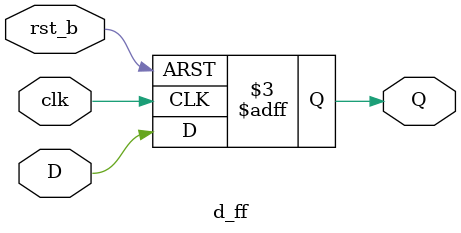
<source format=sv>
module q_8_29 (
    input rst_b, clk,
    input x, y, F, E,
    output logic [2:0] state,
    output logic [7:0] dec_out
);
    logic [2:0] D_in;

    mymux mux_0 (
        .sel (state),
        .data_in ({1'b0, 1'b1, 1'b0, E, 1'b0, F, 1'b0, x}),
        .data_out (D_in[0])
    );

    mymux mux_1 (
        .sel (state),
        .data_in ({1'b0, 1'b1, 1'b0, ~E, 1'b0, F, 1'b1, ~x & y}),
        .data_out (D_in[1])
    );

    mymux mux_2 (
        .sel (state),
        .data_in ({1'b0, 1'b1, 1'b0, 1'b1, 1'b0, ~F, 1'b0, 1'b0}),
        .data_out (D_in[2])
    );

    d_ff dff_0 (
        .D (D_in[0]),
        .Q (state[0]),
        .*
    );

    d_ff dff_1 (
        .D (D_in[1]),
        .Q (state[1]),
        .*
    );

    d_ff dff_2 (
        .D (D_in[2]),
        .Q (state[2]),
        .*
    );

    decoder dec_0 (
        .dec_in (state),
        .*
    );
endmodule

module mymux (
    input [2:0] sel,
    input [7:0] data_in,
    output logic data_out
);
    always_comb
    begin
        case (sel)
            3'b000 : data_out = data_in[0];
            3'b001 : data_out = data_in[1];
            3'b010 : data_out = data_in[2];
            3'b011 : data_out = data_in[3];
            3'b100 : data_out = data_in[4];
            3'b101 : data_out = data_in[5];
            3'b110 : data_out = data_in[6];
            3'b111 : data_out = data_in[7];
            default : data_out = 1'bZ;
        endcase
    end
endmodule

module decoder (
    input [2:0] dec_in,
    output logic [7:0] dec_out
);
    always_comb
    begin
        dec_out = 8'h00;
        case (dec_in)
            //3'b000 : dec_out = 8'h80;
            //3'b001 : dec_out = 8'h40;
            //3'b010 : dec_out = 8'h20;
            //3'b011 : dec_out = 8'h10;
            //3'b100 : dec_out = 8'h08;
            //3'b101 : dec_out = 8'h04;
            //3'b110 : dec_out = 8'h02;
            //3'b111 : dec_out = 8'h01;
            3'b000 : dec_out[7] = 1'b1;
            3'b001 : dec_out[6] = 1'b1;
            3'b010 : dec_out[5] = 1'b1;
            3'b011 : dec_out[4] = 1'b1;
            3'b100 : dec_out[3] = 1'b1;
            3'b101 : dec_out[2] = 1'b1;
            3'b110 : dec_out[1] = 1'b1;
            3'b111 : dec_out[0] = 1'b1;
            default : dec_out = 8'h00;
        endcase
    end
endmodule

module d_ff (
    input rst_b, clk, D,
    output logic Q
);
    always_ff @ (posedge clk, negedge rst_b)
    begin
        if (!rst_b) Q <= 1'b0;
        else Q <= D;
    end
endmodule

</source>
